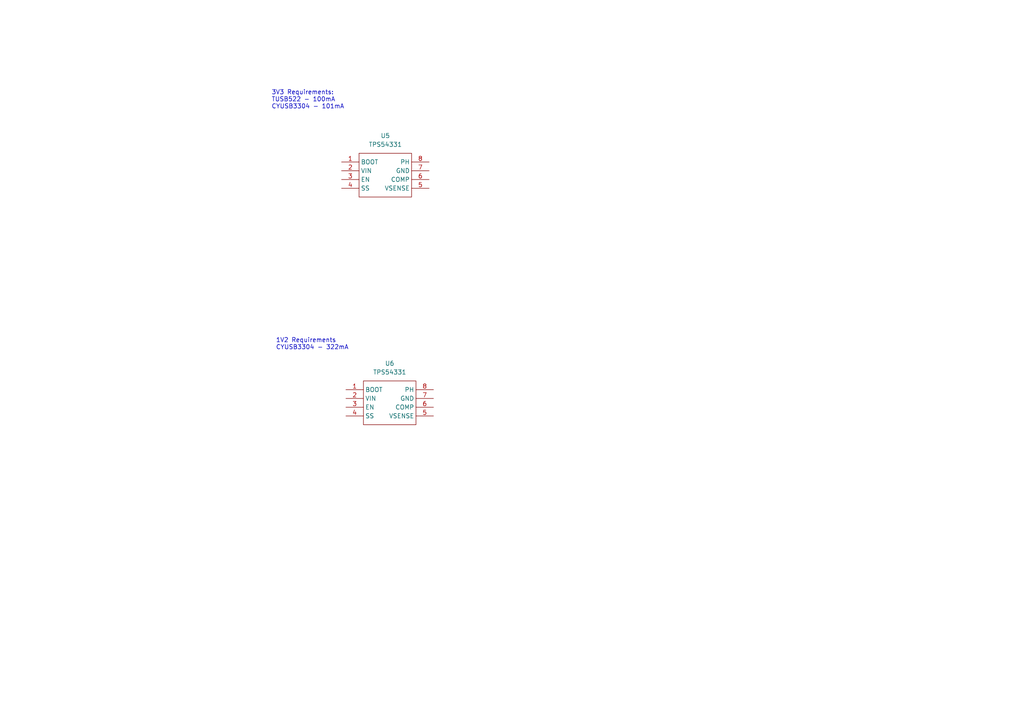
<source format=kicad_sch>
(kicad_sch (version 20230121) (generator eeschema)
  (paper "A4")
  (lib_symbols
    (symbol "CakeUSB:TPS54331DR"
      (property "Reference" "U" (at -8.89 7.62 0))
      (property "Value" "TPS54331" (at 11.43 7.62 0))
      (symbol "TPS54331DR_0_1"
        (rectangle (start -7.62 6.35) (end 7.62 -6.35))
      )
      (symbol "TPS54331DR_1_1"
        (pin output line (at -12.7 3.81 0) (length 5.08) (name "BOOT") (number "1"))
        (pin power_in line (at -12.7 1.27 0) (length 5.08) (name "VIN") (number "2"))
        (pin input line (at -12.7 -1.27 0) (length 5.08) (name "EN") (number "3"))
        (pin input line (at -12.7 -3.81 0) (length 5.08) (name "SS") (number "4"))
        (pin input line (at 12.7 -3.81 180) (length 5.08) (name "VSENSE") (number "5"))
        (pin output line (at 12.7 -1.27 180) (length 5.08) (name "COMP") (number "6"))
        (pin power_in line (at 12.7 1.27 180) (length 5.08) (name "GND") (number "7"))
        (pin output line (at 12.7 3.81 180) (length 5.08) (name "PH") (number "8"))
      )
    )
  )
  (text "1V2 Requirements\nCYUSB3304 - 322mA" (at 80.01 101.6 0) (effects (font (size 1.27 1.27)) (justify left bottom)))
  (text "3V3 Requirements:\nTUSB522 - 100mA\nCYUSB3304 - 101mA" (at 78.74 31.75 0) (effects (font (size 1.27 1.27)) (justify left bottom)))
  (symbol (lib_id "CakeUSB:TPS54331DR") (at 113.03 116.84 0) (unit 1)
    (property "Reference" "U6" (at 113.03 105.41 0))
    (property "Value" "TPS54331" (at 113.03 107.95 0))
    (property "Datasheet" "https://www.ti.com/lit/ds/symlink/tps54331.pdf" (effects hide))
  )
  (symbol (lib_id "CakeUSB:TPS54331DR") (at 111.76 50.8 0) (unit 1)
    (property "Reference" "U5" (at 111.76 39.37 0))
    (property "Value" "TPS54331" (at 111.76 41.91 0))
    (property "Datasheet" "https://www.ti.com/lit/ds/symlink/tps54331.pdf" (effects hide))
  )
)
</source>
